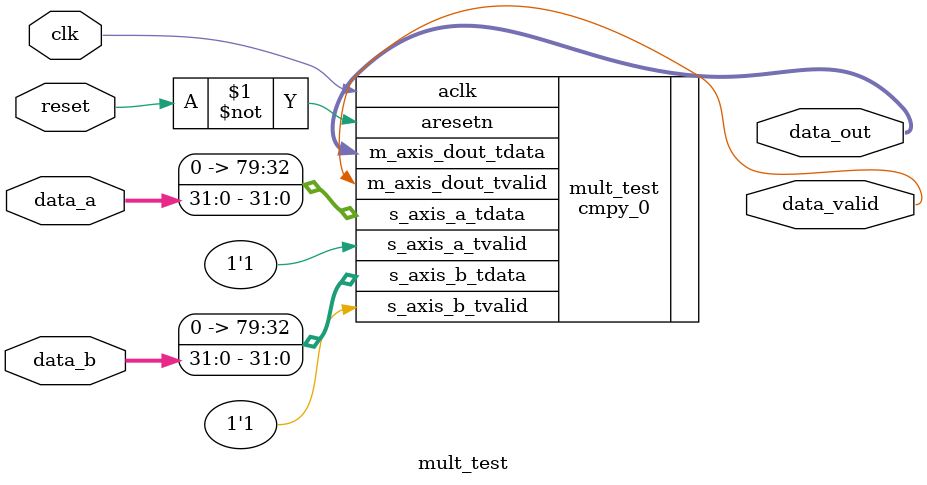
<source format=sv>
`timescale 1ns / 1ps


module mult_test(
        input clk,
        input reset,
        input [31:0] data_a,
        input [31:0] data_b,
        output [143:0] data_out,
        output data_valid
    );
    
     cmpy_0 mult_test (
      .aclk(clk),                             // input wire aclk
      .aresetn(~reset),                       // input wire aresetn
      .s_axis_a_tvalid(-1'b1),                   // input wire s_axis_a_tvalid
      .s_axis_a_tdata( {48'd0, data_a} ),                   // input wire [63 : 0] s_axis_a_tdata
      .s_axis_b_tvalid(1'b1),                   // input wire s_axis_b_tvalid
      .s_axis_b_tdata( {48'd0, data_b} ),                   // input wire [63 : 0] s_axis_b_tdata
      .m_axis_dout_tvalid(data_valid),       // output wire m_axis_dout_tvalid
      .m_axis_dout_tdata(data_out)        // output wire [127 : 0] m_axis_dout_tdata
    );
    
endmodule

</source>
